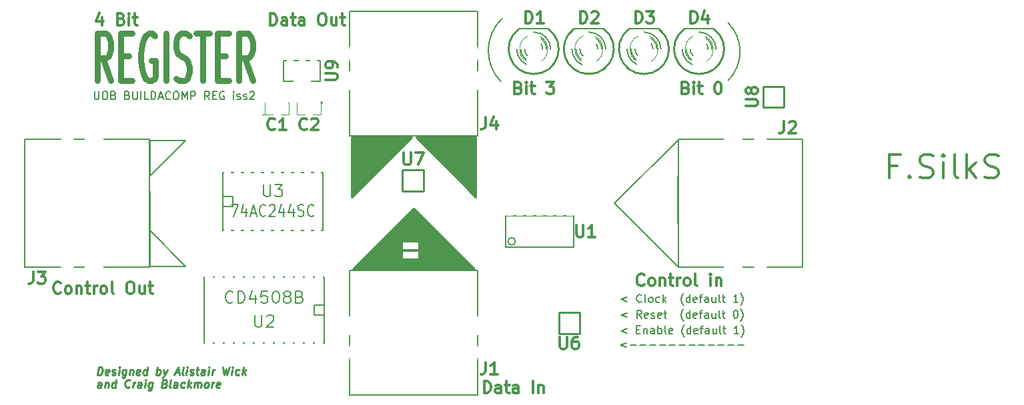
<source format=gto>
G04 (created by PCBNEW (2013-07-07 BZR 4022)-stable) date 24/09/2013 15:52:17*
%MOIN*%
G04 Gerber Fmt 3.4, Leading zero omitted, Abs format*
%FSLAX34Y34*%
G01*
G70*
G90*
G04 APERTURE LIST*
%ADD10C,0.00590551*%
%ADD11C,0.00984252*%
%ADD12C,0.011811*%
%ADD13C,0.00787402*%
%ADD14C,0.0295276*%
%ADD15C,0.008*%
%ADD16C,0.003*%
%ADD17C,0.01*%
%ADD18C,0.006*%
%ADD19C,0.0098*%
%ADD20C,0.005*%
%ADD21C,0.0039*%
%ADD22C,0.012*%
%ADD23C,0.0758425*%
%ADD24C,0.246063*%
%ADD25R,0.033474X0.019674*%
%ADD26R,0.019674X0.033474*%
%ADD27R,0.0348425X0.0598425*%
%ADD28R,0.0448425X0.0648425*%
%ADD29C,0.153543*%
%ADD30C,0.0689425*%
%ADD31C,0.0964567*%
%ADD32R,0.0374425X0.0728425*%
%ADD33R,0.0374425X0.0925425*%
%ADD34R,0.0885425X0.118143*%
%ADD35R,0.0334646X0.0885827*%
%ADD36R,0.0398425X0.0598425*%
G04 APERTURE END LIST*
G54D10*
G54D11*
X12933Y-26694D02*
X12982Y-26301D01*
X13076Y-26301D01*
X13129Y-26319D01*
X13162Y-26357D01*
X13176Y-26394D01*
X13186Y-26469D01*
X13179Y-26526D01*
X13151Y-26601D01*
X13127Y-26638D01*
X13085Y-26676D01*
X13026Y-26694D01*
X12933Y-26694D01*
X13479Y-26676D02*
X13439Y-26694D01*
X13364Y-26694D01*
X13329Y-26676D01*
X13315Y-26638D01*
X13333Y-26488D01*
X13357Y-26451D01*
X13397Y-26432D01*
X13472Y-26432D01*
X13507Y-26451D01*
X13521Y-26488D01*
X13516Y-26526D01*
X13324Y-26563D01*
X13647Y-26676D02*
X13682Y-26694D01*
X13757Y-26694D01*
X13797Y-26676D01*
X13821Y-26638D01*
X13823Y-26619D01*
X13809Y-26582D01*
X13774Y-26563D01*
X13718Y-26563D01*
X13682Y-26544D01*
X13668Y-26507D01*
X13671Y-26488D01*
X13694Y-26451D01*
X13734Y-26432D01*
X13790Y-26432D01*
X13825Y-26451D01*
X13982Y-26694D02*
X14015Y-26432D01*
X14032Y-26301D02*
X14011Y-26319D01*
X14027Y-26338D01*
X14048Y-26319D01*
X14032Y-26301D01*
X14027Y-26338D01*
X14371Y-26432D02*
X14332Y-26751D01*
X14308Y-26788D01*
X14287Y-26807D01*
X14247Y-26826D01*
X14191Y-26826D01*
X14156Y-26807D01*
X14341Y-26676D02*
X14301Y-26694D01*
X14226Y-26694D01*
X14191Y-26676D01*
X14175Y-26657D01*
X14161Y-26619D01*
X14175Y-26507D01*
X14198Y-26469D01*
X14219Y-26451D01*
X14259Y-26432D01*
X14334Y-26432D01*
X14369Y-26451D01*
X14559Y-26432D02*
X14526Y-26694D01*
X14554Y-26469D02*
X14575Y-26451D01*
X14615Y-26432D01*
X14671Y-26432D01*
X14707Y-26451D01*
X14721Y-26488D01*
X14695Y-26694D01*
X15035Y-26676D02*
X14995Y-26694D01*
X14920Y-26694D01*
X14885Y-26676D01*
X14871Y-26638D01*
X14889Y-26488D01*
X14913Y-26451D01*
X14953Y-26432D01*
X15028Y-26432D01*
X15063Y-26451D01*
X15077Y-26488D01*
X15072Y-26526D01*
X14880Y-26563D01*
X15389Y-26694D02*
X15438Y-26301D01*
X15391Y-26676D02*
X15351Y-26694D01*
X15276Y-26694D01*
X15241Y-26676D01*
X15224Y-26657D01*
X15210Y-26619D01*
X15224Y-26507D01*
X15248Y-26469D01*
X15269Y-26451D01*
X15309Y-26432D01*
X15384Y-26432D01*
X15419Y-26451D01*
X15876Y-26694D02*
X15925Y-26301D01*
X15906Y-26451D02*
X15946Y-26432D01*
X16021Y-26432D01*
X16056Y-26451D01*
X16073Y-26469D01*
X16087Y-26507D01*
X16073Y-26619D01*
X16049Y-26657D01*
X16028Y-26676D01*
X15988Y-26694D01*
X15913Y-26694D01*
X15878Y-26676D01*
X16227Y-26432D02*
X16288Y-26694D01*
X16415Y-26432D02*
X16288Y-26694D01*
X16239Y-26788D01*
X16218Y-26807D01*
X16178Y-26826D01*
X16827Y-26582D02*
X17015Y-26582D01*
X16776Y-26694D02*
X16956Y-26301D01*
X17038Y-26694D01*
X17226Y-26694D02*
X17191Y-26676D01*
X17177Y-26638D01*
X17219Y-26301D01*
X17376Y-26694D02*
X17409Y-26432D01*
X17425Y-26301D02*
X17404Y-26319D01*
X17420Y-26338D01*
X17441Y-26319D01*
X17425Y-26301D01*
X17420Y-26338D01*
X17547Y-26676D02*
X17582Y-26694D01*
X17657Y-26694D01*
X17697Y-26676D01*
X17720Y-26638D01*
X17723Y-26619D01*
X17709Y-26582D01*
X17673Y-26563D01*
X17617Y-26563D01*
X17582Y-26544D01*
X17568Y-26507D01*
X17570Y-26488D01*
X17594Y-26451D01*
X17634Y-26432D01*
X17690Y-26432D01*
X17725Y-26451D01*
X17859Y-26432D02*
X18008Y-26432D01*
X17931Y-26301D02*
X17889Y-26638D01*
X17903Y-26676D01*
X17938Y-26694D01*
X17976Y-26694D01*
X18276Y-26694D02*
X18301Y-26488D01*
X18287Y-26451D01*
X18252Y-26432D01*
X18177Y-26432D01*
X18137Y-26451D01*
X18278Y-26676D02*
X18238Y-26694D01*
X18144Y-26694D01*
X18109Y-26676D01*
X18095Y-26638D01*
X18100Y-26601D01*
X18123Y-26563D01*
X18163Y-26544D01*
X18257Y-26544D01*
X18297Y-26526D01*
X18463Y-26694D02*
X18496Y-26432D01*
X18512Y-26301D02*
X18491Y-26319D01*
X18508Y-26338D01*
X18529Y-26319D01*
X18512Y-26301D01*
X18508Y-26338D01*
X18651Y-26694D02*
X18683Y-26432D01*
X18674Y-26507D02*
X18697Y-26469D01*
X18719Y-26451D01*
X18758Y-26432D01*
X18796Y-26432D01*
X19206Y-26301D02*
X19251Y-26694D01*
X19361Y-26413D01*
X19401Y-26694D01*
X19543Y-26301D01*
X19644Y-26694D02*
X19677Y-26432D01*
X19693Y-26301D02*
X19672Y-26319D01*
X19689Y-26338D01*
X19710Y-26319D01*
X19693Y-26301D01*
X19689Y-26338D01*
X20003Y-26676D02*
X19963Y-26694D01*
X19888Y-26694D01*
X19853Y-26676D01*
X19836Y-26657D01*
X19822Y-26619D01*
X19836Y-26507D01*
X19860Y-26469D01*
X19881Y-26451D01*
X19921Y-26432D01*
X19996Y-26432D01*
X20031Y-26451D01*
X20169Y-26694D02*
X20218Y-26301D01*
X20225Y-26544D02*
X20319Y-26694D01*
X20352Y-26432D02*
X20183Y-26582D01*
X13101Y-27344D02*
X13127Y-27138D01*
X13113Y-27100D01*
X13078Y-27081D01*
X13003Y-27081D01*
X12963Y-27100D01*
X13104Y-27325D02*
X13064Y-27344D01*
X12970Y-27344D01*
X12935Y-27325D01*
X12921Y-27288D01*
X12926Y-27250D01*
X12949Y-27213D01*
X12989Y-27194D01*
X13083Y-27194D01*
X13122Y-27175D01*
X13322Y-27081D02*
X13289Y-27344D01*
X13317Y-27119D02*
X13338Y-27100D01*
X13378Y-27081D01*
X13434Y-27081D01*
X13469Y-27100D01*
X13483Y-27138D01*
X13458Y-27344D01*
X13814Y-27344D02*
X13863Y-26950D01*
X13816Y-27325D02*
X13776Y-27344D01*
X13701Y-27344D01*
X13666Y-27325D01*
X13650Y-27306D01*
X13636Y-27269D01*
X13650Y-27156D01*
X13673Y-27119D01*
X13694Y-27100D01*
X13734Y-27081D01*
X13809Y-27081D01*
X13844Y-27100D01*
X14531Y-27306D02*
X14510Y-27325D01*
X14451Y-27344D01*
X14414Y-27344D01*
X14360Y-27325D01*
X14327Y-27288D01*
X14313Y-27250D01*
X14303Y-27175D01*
X14311Y-27119D01*
X14339Y-27044D01*
X14362Y-27006D01*
X14404Y-26969D01*
X14463Y-26950D01*
X14500Y-26950D01*
X14554Y-26969D01*
X14571Y-26988D01*
X14695Y-27344D02*
X14728Y-27081D01*
X14718Y-27156D02*
X14742Y-27119D01*
X14763Y-27100D01*
X14803Y-27081D01*
X14840Y-27081D01*
X15107Y-27344D02*
X15133Y-27138D01*
X15119Y-27100D01*
X15084Y-27081D01*
X15009Y-27081D01*
X14969Y-27100D01*
X15110Y-27325D02*
X15070Y-27344D01*
X14976Y-27344D01*
X14941Y-27325D01*
X14927Y-27288D01*
X14932Y-27250D01*
X14955Y-27213D01*
X14995Y-27194D01*
X15089Y-27194D01*
X15128Y-27175D01*
X15295Y-27344D02*
X15328Y-27081D01*
X15344Y-26950D02*
X15323Y-26969D01*
X15339Y-26988D01*
X15360Y-26969D01*
X15344Y-26950D01*
X15339Y-26988D01*
X15684Y-27081D02*
X15644Y-27400D01*
X15621Y-27438D01*
X15599Y-27456D01*
X15560Y-27475D01*
X15503Y-27475D01*
X15468Y-27456D01*
X15653Y-27325D02*
X15613Y-27344D01*
X15538Y-27344D01*
X15503Y-27325D01*
X15487Y-27306D01*
X15473Y-27269D01*
X15487Y-27156D01*
X15510Y-27119D01*
X15531Y-27100D01*
X15571Y-27081D01*
X15646Y-27081D01*
X15681Y-27100D01*
X16295Y-27138D02*
X16349Y-27156D01*
X16366Y-27175D01*
X16380Y-27213D01*
X16373Y-27269D01*
X16349Y-27306D01*
X16328Y-27325D01*
X16288Y-27344D01*
X16138Y-27344D01*
X16188Y-26950D01*
X16319Y-26950D01*
X16354Y-26969D01*
X16370Y-26988D01*
X16384Y-27025D01*
X16380Y-27063D01*
X16356Y-27100D01*
X16335Y-27119D01*
X16295Y-27138D01*
X16164Y-27138D01*
X16588Y-27344D02*
X16553Y-27325D01*
X16539Y-27288D01*
X16581Y-26950D01*
X16907Y-27344D02*
X16933Y-27138D01*
X16919Y-27100D01*
X16884Y-27081D01*
X16809Y-27081D01*
X16769Y-27100D01*
X16909Y-27325D02*
X16870Y-27344D01*
X16776Y-27344D01*
X16741Y-27325D01*
X16727Y-27288D01*
X16731Y-27250D01*
X16755Y-27213D01*
X16795Y-27194D01*
X16888Y-27194D01*
X16928Y-27175D01*
X17266Y-27325D02*
X17226Y-27344D01*
X17151Y-27344D01*
X17116Y-27325D01*
X17099Y-27306D01*
X17085Y-27269D01*
X17099Y-27156D01*
X17123Y-27119D01*
X17144Y-27100D01*
X17184Y-27081D01*
X17259Y-27081D01*
X17294Y-27100D01*
X17432Y-27344D02*
X17481Y-26950D01*
X17488Y-27194D02*
X17582Y-27344D01*
X17615Y-27081D02*
X17446Y-27231D01*
X17751Y-27344D02*
X17784Y-27081D01*
X17779Y-27119D02*
X17800Y-27100D01*
X17840Y-27081D01*
X17896Y-27081D01*
X17931Y-27100D01*
X17945Y-27138D01*
X17919Y-27344D01*
X17945Y-27138D02*
X17969Y-27100D01*
X18008Y-27081D01*
X18065Y-27081D01*
X18100Y-27100D01*
X18114Y-27138D01*
X18088Y-27344D01*
X18332Y-27344D02*
X18297Y-27325D01*
X18280Y-27306D01*
X18266Y-27269D01*
X18280Y-27156D01*
X18304Y-27119D01*
X18325Y-27100D01*
X18365Y-27081D01*
X18421Y-27081D01*
X18456Y-27100D01*
X18473Y-27119D01*
X18487Y-27156D01*
X18473Y-27269D01*
X18449Y-27306D01*
X18428Y-27325D01*
X18388Y-27344D01*
X18332Y-27344D01*
X18632Y-27344D02*
X18665Y-27081D01*
X18655Y-27156D02*
X18679Y-27119D01*
X18700Y-27100D01*
X18740Y-27081D01*
X18777Y-27081D01*
X19028Y-27325D02*
X18988Y-27344D01*
X18913Y-27344D01*
X18878Y-27325D01*
X18864Y-27288D01*
X18883Y-27138D01*
X18906Y-27100D01*
X18946Y-27081D01*
X19021Y-27081D01*
X19056Y-27100D01*
X19070Y-27138D01*
X19065Y-27175D01*
X18873Y-27213D01*
G54D12*
X52890Y-16237D02*
X52497Y-16237D01*
X52497Y-16856D02*
X52497Y-15674D01*
X53059Y-15674D01*
X53509Y-16743D02*
X53565Y-16799D01*
X53509Y-16856D01*
X53453Y-16799D01*
X53509Y-16743D01*
X53509Y-16856D01*
X54015Y-16799D02*
X54184Y-16856D01*
X54465Y-16856D01*
X54578Y-16799D01*
X54634Y-16743D01*
X54690Y-16631D01*
X54690Y-16518D01*
X54634Y-16406D01*
X54578Y-16349D01*
X54465Y-16293D01*
X54240Y-16237D01*
X54128Y-16181D01*
X54071Y-16124D01*
X54015Y-16012D01*
X54015Y-15899D01*
X54071Y-15787D01*
X54128Y-15731D01*
X54240Y-15674D01*
X54521Y-15674D01*
X54690Y-15731D01*
X55196Y-16856D02*
X55196Y-16068D01*
X55196Y-15674D02*
X55140Y-15731D01*
X55196Y-15787D01*
X55253Y-15731D01*
X55196Y-15674D01*
X55196Y-15787D01*
X55928Y-16856D02*
X55815Y-16799D01*
X55759Y-16687D01*
X55759Y-15674D01*
X56377Y-16856D02*
X56377Y-15674D01*
X56490Y-16406D02*
X56827Y-16856D01*
X56827Y-16068D02*
X56377Y-16518D01*
X57277Y-16799D02*
X57446Y-16856D01*
X57727Y-16856D01*
X57840Y-16799D01*
X57896Y-16743D01*
X57952Y-16631D01*
X57952Y-16518D01*
X57896Y-16406D01*
X57840Y-16349D01*
X57727Y-16293D01*
X57502Y-16237D01*
X57390Y-16181D01*
X57334Y-16124D01*
X57277Y-16012D01*
X57277Y-15899D01*
X57334Y-15787D01*
X57390Y-15731D01*
X57502Y-15674D01*
X57784Y-15674D01*
X57952Y-15731D01*
G54D13*
X15551Y-16732D02*
X15551Y-14960D01*
X17322Y-14960D02*
X15551Y-16732D01*
X17322Y-14960D02*
X15551Y-14960D01*
X17322Y-21259D02*
X15551Y-19488D01*
X15551Y-21259D02*
X17322Y-21259D01*
X15551Y-17519D02*
X15551Y-21259D01*
X38779Y-18110D02*
X41929Y-21259D01*
X41929Y-14960D02*
X38779Y-18110D01*
X41929Y-19094D02*
X41929Y-16732D01*
X39371Y-25093D02*
X39071Y-25206D01*
X39371Y-25318D01*
X39559Y-25206D02*
X39859Y-25206D01*
X40046Y-25206D02*
X40346Y-25206D01*
X40534Y-25206D02*
X40834Y-25206D01*
X41021Y-25206D02*
X41321Y-25206D01*
X41509Y-25206D02*
X41809Y-25206D01*
X41996Y-25206D02*
X42296Y-25206D01*
X42484Y-25206D02*
X42784Y-25206D01*
X42971Y-25206D02*
X43271Y-25206D01*
X43458Y-25206D02*
X43758Y-25206D01*
X43946Y-25206D02*
X44246Y-25206D01*
X44433Y-25206D02*
X44733Y-25206D01*
X44921Y-25206D02*
X45221Y-25206D01*
G54D12*
X21557Y-9215D02*
X21557Y-8624D01*
X21698Y-8624D01*
X21782Y-8652D01*
X21839Y-8709D01*
X21867Y-8765D01*
X21895Y-8877D01*
X21895Y-8962D01*
X21867Y-9074D01*
X21839Y-9131D01*
X21782Y-9187D01*
X21698Y-9215D01*
X21557Y-9215D01*
X22401Y-9215D02*
X22401Y-8906D01*
X22373Y-8849D01*
X22317Y-8821D01*
X22204Y-8821D01*
X22148Y-8849D01*
X22401Y-9187D02*
X22345Y-9215D01*
X22204Y-9215D01*
X22148Y-9187D01*
X22120Y-9131D01*
X22120Y-9074D01*
X22148Y-9018D01*
X22204Y-8990D01*
X22345Y-8990D01*
X22401Y-8962D01*
X22598Y-8821D02*
X22823Y-8821D01*
X22682Y-8624D02*
X22682Y-9131D01*
X22710Y-9187D01*
X22767Y-9215D01*
X22823Y-9215D01*
X23273Y-9215D02*
X23273Y-8906D01*
X23245Y-8849D01*
X23188Y-8821D01*
X23076Y-8821D01*
X23020Y-8849D01*
X23273Y-9187D02*
X23217Y-9215D01*
X23076Y-9215D01*
X23020Y-9187D01*
X22992Y-9131D01*
X22992Y-9074D01*
X23020Y-9018D01*
X23076Y-8990D01*
X23217Y-8990D01*
X23273Y-8962D01*
X24116Y-8624D02*
X24229Y-8624D01*
X24285Y-8652D01*
X24341Y-8709D01*
X24370Y-8821D01*
X24370Y-9018D01*
X24341Y-9131D01*
X24285Y-9187D01*
X24229Y-9215D01*
X24116Y-9215D01*
X24060Y-9187D01*
X24004Y-9131D01*
X23976Y-9018D01*
X23976Y-8821D01*
X24004Y-8709D01*
X24060Y-8652D01*
X24116Y-8624D01*
X24876Y-8821D02*
X24876Y-9215D01*
X24623Y-8821D02*
X24623Y-9131D01*
X24651Y-9187D01*
X24707Y-9215D01*
X24791Y-9215D01*
X24848Y-9187D01*
X24876Y-9159D01*
X25073Y-8821D02*
X25298Y-8821D01*
X25157Y-8624D02*
X25157Y-9131D01*
X25185Y-9187D01*
X25241Y-9215D01*
X25298Y-9215D01*
X32249Y-27601D02*
X32249Y-27010D01*
X32390Y-27010D01*
X32474Y-27038D01*
X32530Y-27095D01*
X32559Y-27151D01*
X32587Y-27263D01*
X32587Y-27348D01*
X32559Y-27460D01*
X32530Y-27516D01*
X32474Y-27573D01*
X32390Y-27601D01*
X32249Y-27601D01*
X33093Y-27601D02*
X33093Y-27291D01*
X33065Y-27235D01*
X33008Y-27207D01*
X32896Y-27207D01*
X32840Y-27235D01*
X33093Y-27573D02*
X33037Y-27601D01*
X32896Y-27601D01*
X32840Y-27573D01*
X32812Y-27516D01*
X32812Y-27460D01*
X32840Y-27404D01*
X32896Y-27376D01*
X33037Y-27376D01*
X33093Y-27348D01*
X33290Y-27207D02*
X33515Y-27207D01*
X33374Y-27010D02*
X33374Y-27516D01*
X33402Y-27573D01*
X33458Y-27601D01*
X33515Y-27601D01*
X33965Y-27601D02*
X33965Y-27291D01*
X33937Y-27235D01*
X33880Y-27207D01*
X33768Y-27207D01*
X33712Y-27235D01*
X33965Y-27573D02*
X33908Y-27601D01*
X33768Y-27601D01*
X33712Y-27573D01*
X33683Y-27516D01*
X33683Y-27460D01*
X33712Y-27404D01*
X33768Y-27376D01*
X33908Y-27376D01*
X33965Y-27348D01*
X34696Y-27601D02*
X34696Y-27010D01*
X34977Y-27207D02*
X34977Y-27601D01*
X34977Y-27263D02*
X35005Y-27235D01*
X35061Y-27207D01*
X35146Y-27207D01*
X35202Y-27235D01*
X35230Y-27291D01*
X35230Y-27601D01*
G54D13*
X39390Y-24385D02*
X39090Y-24497D01*
X39390Y-24610D01*
X39878Y-24441D02*
X40009Y-24441D01*
X40065Y-24647D02*
X39878Y-24647D01*
X39878Y-24253D01*
X40065Y-24253D01*
X40234Y-24385D02*
X40234Y-24647D01*
X40234Y-24422D02*
X40253Y-24403D01*
X40290Y-24385D01*
X40346Y-24385D01*
X40384Y-24403D01*
X40403Y-24441D01*
X40403Y-24647D01*
X40759Y-24647D02*
X40759Y-24441D01*
X40740Y-24403D01*
X40703Y-24385D01*
X40628Y-24385D01*
X40590Y-24403D01*
X40759Y-24628D02*
X40721Y-24647D01*
X40628Y-24647D01*
X40590Y-24628D01*
X40571Y-24591D01*
X40571Y-24553D01*
X40590Y-24516D01*
X40628Y-24497D01*
X40721Y-24497D01*
X40759Y-24478D01*
X40946Y-24647D02*
X40946Y-24253D01*
X40946Y-24403D02*
X40984Y-24385D01*
X41059Y-24385D01*
X41096Y-24403D01*
X41115Y-24422D01*
X41134Y-24460D01*
X41134Y-24572D01*
X41115Y-24610D01*
X41096Y-24628D01*
X41059Y-24647D01*
X40984Y-24647D01*
X40946Y-24628D01*
X41359Y-24647D02*
X41321Y-24628D01*
X41302Y-24591D01*
X41302Y-24253D01*
X41659Y-24628D02*
X41621Y-24647D01*
X41546Y-24647D01*
X41509Y-24628D01*
X41490Y-24591D01*
X41490Y-24441D01*
X41509Y-24403D01*
X41546Y-24385D01*
X41621Y-24385D01*
X41659Y-24403D01*
X41677Y-24441D01*
X41677Y-24478D01*
X41490Y-24516D01*
X42259Y-24797D02*
X42240Y-24778D01*
X42202Y-24722D01*
X42184Y-24685D01*
X42165Y-24628D01*
X42146Y-24535D01*
X42146Y-24460D01*
X42165Y-24366D01*
X42184Y-24310D01*
X42202Y-24272D01*
X42240Y-24216D01*
X42259Y-24197D01*
X42577Y-24647D02*
X42577Y-24253D01*
X42577Y-24628D02*
X42540Y-24647D01*
X42465Y-24647D01*
X42427Y-24628D01*
X42409Y-24610D01*
X42390Y-24572D01*
X42390Y-24460D01*
X42409Y-24422D01*
X42427Y-24403D01*
X42465Y-24385D01*
X42540Y-24385D01*
X42577Y-24403D01*
X42915Y-24628D02*
X42877Y-24647D01*
X42802Y-24647D01*
X42765Y-24628D01*
X42746Y-24591D01*
X42746Y-24441D01*
X42765Y-24403D01*
X42802Y-24385D01*
X42877Y-24385D01*
X42915Y-24403D01*
X42934Y-24441D01*
X42934Y-24478D01*
X42746Y-24516D01*
X43046Y-24385D02*
X43196Y-24385D01*
X43102Y-24647D02*
X43102Y-24310D01*
X43121Y-24272D01*
X43158Y-24253D01*
X43196Y-24253D01*
X43496Y-24647D02*
X43496Y-24441D01*
X43477Y-24403D01*
X43440Y-24385D01*
X43365Y-24385D01*
X43327Y-24403D01*
X43496Y-24628D02*
X43458Y-24647D01*
X43365Y-24647D01*
X43327Y-24628D01*
X43308Y-24591D01*
X43308Y-24553D01*
X43327Y-24516D01*
X43365Y-24497D01*
X43458Y-24497D01*
X43496Y-24478D01*
X43852Y-24385D02*
X43852Y-24647D01*
X43683Y-24385D02*
X43683Y-24591D01*
X43702Y-24628D01*
X43740Y-24647D01*
X43796Y-24647D01*
X43833Y-24628D01*
X43852Y-24610D01*
X44096Y-24647D02*
X44058Y-24628D01*
X44040Y-24591D01*
X44040Y-24253D01*
X44190Y-24385D02*
X44340Y-24385D01*
X44246Y-24253D02*
X44246Y-24591D01*
X44265Y-24628D01*
X44302Y-24647D01*
X44340Y-24647D01*
X44977Y-24647D02*
X44752Y-24647D01*
X44865Y-24647D02*
X44865Y-24253D01*
X44827Y-24310D01*
X44790Y-24347D01*
X44752Y-24366D01*
X45108Y-24797D02*
X45127Y-24778D01*
X45164Y-24722D01*
X45183Y-24685D01*
X45202Y-24628D01*
X45221Y-24535D01*
X45221Y-24460D01*
X45202Y-24366D01*
X45183Y-24310D01*
X45164Y-24272D01*
X45127Y-24216D01*
X45108Y-24197D01*
X39407Y-23597D02*
X39107Y-23710D01*
X39407Y-23822D01*
X40119Y-23860D02*
X39988Y-23672D01*
X39895Y-23860D02*
X39895Y-23466D01*
X40044Y-23466D01*
X40082Y-23485D01*
X40101Y-23503D01*
X40119Y-23541D01*
X40119Y-23597D01*
X40101Y-23635D01*
X40082Y-23653D01*
X40044Y-23672D01*
X39895Y-23672D01*
X40438Y-23841D02*
X40401Y-23860D01*
X40326Y-23860D01*
X40288Y-23841D01*
X40269Y-23803D01*
X40269Y-23653D01*
X40288Y-23616D01*
X40326Y-23597D01*
X40401Y-23597D01*
X40438Y-23616D01*
X40457Y-23653D01*
X40457Y-23691D01*
X40269Y-23728D01*
X40607Y-23841D02*
X40644Y-23860D01*
X40719Y-23860D01*
X40757Y-23841D01*
X40776Y-23803D01*
X40776Y-23785D01*
X40757Y-23747D01*
X40719Y-23728D01*
X40663Y-23728D01*
X40626Y-23710D01*
X40607Y-23672D01*
X40607Y-23653D01*
X40626Y-23616D01*
X40663Y-23597D01*
X40719Y-23597D01*
X40757Y-23616D01*
X41094Y-23841D02*
X41057Y-23860D01*
X40982Y-23860D01*
X40944Y-23841D01*
X40926Y-23803D01*
X40926Y-23653D01*
X40944Y-23616D01*
X40982Y-23597D01*
X41057Y-23597D01*
X41094Y-23616D01*
X41113Y-23653D01*
X41113Y-23691D01*
X40926Y-23728D01*
X41226Y-23597D02*
X41376Y-23597D01*
X41282Y-23466D02*
X41282Y-23803D01*
X41301Y-23841D01*
X41338Y-23860D01*
X41376Y-23860D01*
X42219Y-24010D02*
X42200Y-23991D01*
X42163Y-23935D01*
X42144Y-23897D01*
X42125Y-23841D01*
X42107Y-23747D01*
X42107Y-23672D01*
X42125Y-23578D01*
X42144Y-23522D01*
X42163Y-23485D01*
X42200Y-23428D01*
X42219Y-23410D01*
X42538Y-23860D02*
X42538Y-23466D01*
X42538Y-23841D02*
X42500Y-23860D01*
X42425Y-23860D01*
X42388Y-23841D01*
X42369Y-23822D01*
X42350Y-23785D01*
X42350Y-23672D01*
X42369Y-23635D01*
X42388Y-23616D01*
X42425Y-23597D01*
X42500Y-23597D01*
X42538Y-23616D01*
X42875Y-23841D02*
X42838Y-23860D01*
X42763Y-23860D01*
X42725Y-23841D01*
X42707Y-23803D01*
X42707Y-23653D01*
X42725Y-23616D01*
X42763Y-23597D01*
X42838Y-23597D01*
X42875Y-23616D01*
X42894Y-23653D01*
X42894Y-23691D01*
X42707Y-23728D01*
X43007Y-23597D02*
X43157Y-23597D01*
X43063Y-23860D02*
X43063Y-23522D01*
X43082Y-23485D01*
X43119Y-23466D01*
X43157Y-23466D01*
X43457Y-23860D02*
X43457Y-23653D01*
X43438Y-23616D01*
X43400Y-23597D01*
X43325Y-23597D01*
X43288Y-23616D01*
X43457Y-23841D02*
X43419Y-23860D01*
X43325Y-23860D01*
X43288Y-23841D01*
X43269Y-23803D01*
X43269Y-23766D01*
X43288Y-23728D01*
X43325Y-23710D01*
X43419Y-23710D01*
X43457Y-23691D01*
X43813Y-23597D02*
X43813Y-23860D01*
X43644Y-23597D02*
X43644Y-23803D01*
X43663Y-23841D01*
X43700Y-23860D01*
X43757Y-23860D01*
X43794Y-23841D01*
X43813Y-23822D01*
X44056Y-23860D02*
X44019Y-23841D01*
X44000Y-23803D01*
X44000Y-23466D01*
X44150Y-23597D02*
X44300Y-23597D01*
X44206Y-23466D02*
X44206Y-23803D01*
X44225Y-23841D01*
X44263Y-23860D01*
X44300Y-23860D01*
X44806Y-23466D02*
X44844Y-23466D01*
X44881Y-23485D01*
X44900Y-23503D01*
X44919Y-23541D01*
X44938Y-23616D01*
X44938Y-23710D01*
X44919Y-23785D01*
X44900Y-23822D01*
X44881Y-23841D01*
X44844Y-23860D01*
X44806Y-23860D01*
X44769Y-23841D01*
X44750Y-23822D01*
X44731Y-23785D01*
X44713Y-23710D01*
X44713Y-23616D01*
X44731Y-23541D01*
X44750Y-23503D01*
X44769Y-23485D01*
X44806Y-23466D01*
X45069Y-24010D02*
X45088Y-23991D01*
X45125Y-23935D01*
X45144Y-23897D01*
X45163Y-23841D01*
X45181Y-23747D01*
X45181Y-23672D01*
X45163Y-23578D01*
X45144Y-23522D01*
X45125Y-23485D01*
X45088Y-23428D01*
X45069Y-23410D01*
X39407Y-22810D02*
X39107Y-22922D01*
X39407Y-23035D01*
X40119Y-23035D02*
X40101Y-23053D01*
X40044Y-23072D01*
X40007Y-23072D01*
X39951Y-23053D01*
X39913Y-23016D01*
X39895Y-22979D01*
X39876Y-22904D01*
X39876Y-22847D01*
X39895Y-22772D01*
X39913Y-22735D01*
X39951Y-22697D01*
X40007Y-22679D01*
X40044Y-22679D01*
X40101Y-22697D01*
X40119Y-22716D01*
X40344Y-23072D02*
X40307Y-23053D01*
X40288Y-23016D01*
X40288Y-22679D01*
X40551Y-23072D02*
X40513Y-23053D01*
X40494Y-23035D01*
X40476Y-22997D01*
X40476Y-22885D01*
X40494Y-22847D01*
X40513Y-22829D01*
X40551Y-22810D01*
X40607Y-22810D01*
X40644Y-22829D01*
X40663Y-22847D01*
X40682Y-22885D01*
X40682Y-22997D01*
X40663Y-23035D01*
X40644Y-23053D01*
X40607Y-23072D01*
X40551Y-23072D01*
X41019Y-23053D02*
X40982Y-23072D01*
X40907Y-23072D01*
X40869Y-23053D01*
X40851Y-23035D01*
X40832Y-22997D01*
X40832Y-22885D01*
X40851Y-22847D01*
X40869Y-22829D01*
X40907Y-22810D01*
X40982Y-22810D01*
X41019Y-22829D01*
X41188Y-23072D02*
X41188Y-22679D01*
X41226Y-22922D02*
X41338Y-23072D01*
X41338Y-22810D02*
X41188Y-22960D01*
X42219Y-23222D02*
X42200Y-23203D01*
X42163Y-23147D01*
X42144Y-23110D01*
X42125Y-23053D01*
X42107Y-22960D01*
X42107Y-22885D01*
X42125Y-22791D01*
X42144Y-22735D01*
X42163Y-22697D01*
X42200Y-22641D01*
X42219Y-22622D01*
X42538Y-23072D02*
X42538Y-22679D01*
X42538Y-23053D02*
X42500Y-23072D01*
X42425Y-23072D01*
X42388Y-23053D01*
X42369Y-23035D01*
X42350Y-22997D01*
X42350Y-22885D01*
X42369Y-22847D01*
X42388Y-22829D01*
X42425Y-22810D01*
X42500Y-22810D01*
X42538Y-22829D01*
X42875Y-23053D02*
X42838Y-23072D01*
X42763Y-23072D01*
X42725Y-23053D01*
X42707Y-23016D01*
X42707Y-22866D01*
X42725Y-22829D01*
X42763Y-22810D01*
X42838Y-22810D01*
X42875Y-22829D01*
X42894Y-22866D01*
X42894Y-22904D01*
X42707Y-22941D01*
X43007Y-22810D02*
X43157Y-22810D01*
X43063Y-23072D02*
X43063Y-22735D01*
X43082Y-22697D01*
X43119Y-22679D01*
X43157Y-22679D01*
X43457Y-23072D02*
X43457Y-22866D01*
X43438Y-22829D01*
X43400Y-22810D01*
X43325Y-22810D01*
X43288Y-22829D01*
X43457Y-23053D02*
X43419Y-23072D01*
X43325Y-23072D01*
X43288Y-23053D01*
X43269Y-23016D01*
X43269Y-22979D01*
X43288Y-22941D01*
X43325Y-22922D01*
X43419Y-22922D01*
X43457Y-22904D01*
X43813Y-22810D02*
X43813Y-23072D01*
X43644Y-22810D02*
X43644Y-23016D01*
X43663Y-23053D01*
X43700Y-23072D01*
X43757Y-23072D01*
X43794Y-23053D01*
X43813Y-23035D01*
X44056Y-23072D02*
X44019Y-23053D01*
X44000Y-23016D01*
X44000Y-22679D01*
X44150Y-22810D02*
X44300Y-22810D01*
X44206Y-22679D02*
X44206Y-23016D01*
X44225Y-23053D01*
X44263Y-23072D01*
X44300Y-23072D01*
X44938Y-23072D02*
X44713Y-23072D01*
X44825Y-23072D02*
X44825Y-22679D01*
X44788Y-22735D01*
X44750Y-22772D01*
X44713Y-22791D01*
X45069Y-23222D02*
X45088Y-23203D01*
X45125Y-23147D01*
X45144Y-23110D01*
X45163Y-23053D01*
X45181Y-22960D01*
X45181Y-22885D01*
X45163Y-22791D01*
X45144Y-22735D01*
X45125Y-22697D01*
X45088Y-22641D01*
X45069Y-22622D01*
G54D12*
X40250Y-22190D02*
X40222Y-22218D01*
X40137Y-22246D01*
X40081Y-22246D01*
X39997Y-22218D01*
X39940Y-22162D01*
X39912Y-22106D01*
X39884Y-21993D01*
X39884Y-21909D01*
X39912Y-21796D01*
X39940Y-21740D01*
X39997Y-21684D01*
X40081Y-21656D01*
X40137Y-21656D01*
X40222Y-21684D01*
X40250Y-21712D01*
X40587Y-22246D02*
X40531Y-22218D01*
X40503Y-22190D01*
X40475Y-22134D01*
X40475Y-21965D01*
X40503Y-21909D01*
X40531Y-21881D01*
X40587Y-21853D01*
X40672Y-21853D01*
X40728Y-21881D01*
X40756Y-21909D01*
X40784Y-21965D01*
X40784Y-22134D01*
X40756Y-22190D01*
X40728Y-22218D01*
X40672Y-22246D01*
X40587Y-22246D01*
X41037Y-21853D02*
X41037Y-22246D01*
X41037Y-21909D02*
X41065Y-21881D01*
X41122Y-21853D01*
X41206Y-21853D01*
X41262Y-21881D01*
X41290Y-21937D01*
X41290Y-22246D01*
X41487Y-21853D02*
X41712Y-21853D01*
X41571Y-21656D02*
X41571Y-22162D01*
X41600Y-22218D01*
X41656Y-22246D01*
X41712Y-22246D01*
X41909Y-22246D02*
X41909Y-21853D01*
X41909Y-21965D02*
X41937Y-21909D01*
X41965Y-21881D01*
X42021Y-21853D01*
X42078Y-21853D01*
X42359Y-22246D02*
X42303Y-22218D01*
X42275Y-22190D01*
X42246Y-22134D01*
X42246Y-21965D01*
X42275Y-21909D01*
X42303Y-21881D01*
X42359Y-21853D01*
X42443Y-21853D01*
X42500Y-21881D01*
X42528Y-21909D01*
X42556Y-21965D01*
X42556Y-22134D01*
X42528Y-22190D01*
X42500Y-22218D01*
X42443Y-22246D01*
X42359Y-22246D01*
X42893Y-22246D02*
X42837Y-22218D01*
X42809Y-22162D01*
X42809Y-21656D01*
X43568Y-22246D02*
X43568Y-21853D01*
X43568Y-21656D02*
X43540Y-21684D01*
X43568Y-21712D01*
X43596Y-21684D01*
X43568Y-21656D01*
X43568Y-21712D01*
X43849Y-21853D02*
X43849Y-22246D01*
X43849Y-21909D02*
X43877Y-21881D01*
X43934Y-21853D01*
X44018Y-21853D01*
X44074Y-21881D01*
X44102Y-21937D01*
X44102Y-22246D01*
X11093Y-22584D02*
X11065Y-22612D01*
X10981Y-22640D01*
X10925Y-22640D01*
X10840Y-22612D01*
X10784Y-22556D01*
X10756Y-22500D01*
X10728Y-22387D01*
X10728Y-22303D01*
X10756Y-22190D01*
X10784Y-22134D01*
X10840Y-22078D01*
X10925Y-22050D01*
X10981Y-22050D01*
X11065Y-22078D01*
X11093Y-22106D01*
X11431Y-22640D02*
X11375Y-22612D01*
X11347Y-22584D01*
X11318Y-22528D01*
X11318Y-22359D01*
X11347Y-22303D01*
X11375Y-22275D01*
X11431Y-22246D01*
X11515Y-22246D01*
X11571Y-22275D01*
X11600Y-22303D01*
X11628Y-22359D01*
X11628Y-22528D01*
X11600Y-22584D01*
X11571Y-22612D01*
X11515Y-22640D01*
X11431Y-22640D01*
X11881Y-22246D02*
X11881Y-22640D01*
X11881Y-22303D02*
X11909Y-22275D01*
X11965Y-22246D01*
X12050Y-22246D01*
X12106Y-22275D01*
X12134Y-22331D01*
X12134Y-22640D01*
X12331Y-22246D02*
X12556Y-22246D01*
X12415Y-22050D02*
X12415Y-22556D01*
X12443Y-22612D01*
X12500Y-22640D01*
X12556Y-22640D01*
X12753Y-22640D02*
X12753Y-22246D01*
X12753Y-22359D02*
X12781Y-22303D01*
X12809Y-22275D01*
X12865Y-22246D01*
X12921Y-22246D01*
X13203Y-22640D02*
X13146Y-22612D01*
X13118Y-22584D01*
X13090Y-22528D01*
X13090Y-22359D01*
X13118Y-22303D01*
X13146Y-22275D01*
X13203Y-22246D01*
X13287Y-22246D01*
X13343Y-22275D01*
X13371Y-22303D01*
X13399Y-22359D01*
X13399Y-22528D01*
X13371Y-22584D01*
X13343Y-22612D01*
X13287Y-22640D01*
X13203Y-22640D01*
X13737Y-22640D02*
X13681Y-22612D01*
X13652Y-22556D01*
X13652Y-22050D01*
X14524Y-22050D02*
X14637Y-22050D01*
X14693Y-22078D01*
X14749Y-22134D01*
X14777Y-22246D01*
X14777Y-22443D01*
X14749Y-22556D01*
X14693Y-22612D01*
X14637Y-22640D01*
X14524Y-22640D01*
X14468Y-22612D01*
X14412Y-22556D01*
X14384Y-22443D01*
X14384Y-22246D01*
X14412Y-22134D01*
X14468Y-22078D01*
X14524Y-22050D01*
X15284Y-22246D02*
X15284Y-22640D01*
X15030Y-22246D02*
X15030Y-22556D01*
X15059Y-22612D01*
X15115Y-22640D01*
X15199Y-22640D01*
X15255Y-22612D01*
X15284Y-22584D01*
X15480Y-22246D02*
X15705Y-22246D01*
X15565Y-22050D02*
X15565Y-22556D01*
X15593Y-22612D01*
X15649Y-22640D01*
X15705Y-22640D01*
G54D13*
X44440Y-11975D02*
G75*
G03X44440Y-9075I-1450J1450D01*
G74*
G01*
X33139Y-8875D02*
G75*
G03X33090Y-12025I1550J-1599D01*
G74*
G01*
X12787Y-12521D02*
X12787Y-12840D01*
X12806Y-12877D01*
X12825Y-12896D01*
X12862Y-12915D01*
X12937Y-12915D01*
X12975Y-12896D01*
X12994Y-12877D01*
X13012Y-12840D01*
X13012Y-12521D01*
X13275Y-12521D02*
X13350Y-12521D01*
X13387Y-12540D01*
X13425Y-12577D01*
X13443Y-12652D01*
X13443Y-12784D01*
X13425Y-12859D01*
X13387Y-12896D01*
X13350Y-12915D01*
X13275Y-12915D01*
X13237Y-12896D01*
X13200Y-12859D01*
X13181Y-12784D01*
X13181Y-12652D01*
X13200Y-12577D01*
X13237Y-12540D01*
X13275Y-12521D01*
X13743Y-12709D02*
X13800Y-12727D01*
X13818Y-12746D01*
X13837Y-12784D01*
X13837Y-12840D01*
X13818Y-12877D01*
X13800Y-12896D01*
X13762Y-12915D01*
X13612Y-12915D01*
X13612Y-12521D01*
X13743Y-12521D01*
X13781Y-12540D01*
X13800Y-12559D01*
X13818Y-12596D01*
X13818Y-12634D01*
X13800Y-12671D01*
X13781Y-12690D01*
X13743Y-12709D01*
X13612Y-12709D01*
X14437Y-12709D02*
X14493Y-12727D01*
X14512Y-12746D01*
X14531Y-12784D01*
X14531Y-12840D01*
X14512Y-12877D01*
X14493Y-12896D01*
X14456Y-12915D01*
X14306Y-12915D01*
X14306Y-12521D01*
X14437Y-12521D01*
X14475Y-12540D01*
X14493Y-12559D01*
X14512Y-12596D01*
X14512Y-12634D01*
X14493Y-12671D01*
X14475Y-12690D01*
X14437Y-12709D01*
X14306Y-12709D01*
X14700Y-12521D02*
X14700Y-12840D01*
X14718Y-12877D01*
X14737Y-12896D01*
X14775Y-12915D01*
X14850Y-12915D01*
X14887Y-12896D01*
X14906Y-12877D01*
X14925Y-12840D01*
X14925Y-12521D01*
X15112Y-12915D02*
X15112Y-12521D01*
X15487Y-12915D02*
X15299Y-12915D01*
X15299Y-12521D01*
X15618Y-12915D02*
X15618Y-12521D01*
X15712Y-12521D01*
X15768Y-12540D01*
X15806Y-12577D01*
X15824Y-12615D01*
X15843Y-12690D01*
X15843Y-12746D01*
X15824Y-12821D01*
X15806Y-12859D01*
X15768Y-12896D01*
X15712Y-12915D01*
X15618Y-12915D01*
X15993Y-12802D02*
X16181Y-12802D01*
X15956Y-12915D02*
X16087Y-12521D01*
X16218Y-12915D01*
X16574Y-12877D02*
X16556Y-12896D01*
X16499Y-12915D01*
X16462Y-12915D01*
X16406Y-12896D01*
X16368Y-12859D01*
X16349Y-12821D01*
X16331Y-12746D01*
X16331Y-12690D01*
X16349Y-12615D01*
X16368Y-12577D01*
X16406Y-12540D01*
X16462Y-12521D01*
X16499Y-12521D01*
X16556Y-12540D01*
X16574Y-12559D01*
X16818Y-12521D02*
X16893Y-12521D01*
X16931Y-12540D01*
X16968Y-12577D01*
X16987Y-12652D01*
X16987Y-12784D01*
X16968Y-12859D01*
X16931Y-12896D01*
X16893Y-12915D01*
X16818Y-12915D01*
X16781Y-12896D01*
X16743Y-12859D01*
X16724Y-12784D01*
X16724Y-12652D01*
X16743Y-12577D01*
X16781Y-12540D01*
X16818Y-12521D01*
X17155Y-12915D02*
X17155Y-12521D01*
X17287Y-12802D01*
X17418Y-12521D01*
X17418Y-12915D01*
X17605Y-12915D02*
X17605Y-12521D01*
X17755Y-12521D01*
X17793Y-12540D01*
X17812Y-12559D01*
X17830Y-12596D01*
X17830Y-12652D01*
X17812Y-12690D01*
X17793Y-12709D01*
X17755Y-12727D01*
X17605Y-12727D01*
X18524Y-12915D02*
X18393Y-12727D01*
X18299Y-12915D02*
X18299Y-12521D01*
X18449Y-12521D01*
X18487Y-12540D01*
X18505Y-12559D01*
X18524Y-12596D01*
X18524Y-12652D01*
X18505Y-12690D01*
X18487Y-12709D01*
X18449Y-12727D01*
X18299Y-12727D01*
X18693Y-12709D02*
X18824Y-12709D01*
X18880Y-12915D02*
X18693Y-12915D01*
X18693Y-12521D01*
X18880Y-12521D01*
X19255Y-12540D02*
X19218Y-12521D01*
X19161Y-12521D01*
X19105Y-12540D01*
X19068Y-12577D01*
X19049Y-12615D01*
X19030Y-12690D01*
X19030Y-12746D01*
X19049Y-12821D01*
X19068Y-12859D01*
X19105Y-12896D01*
X19161Y-12915D01*
X19199Y-12915D01*
X19255Y-12896D01*
X19274Y-12877D01*
X19274Y-12746D01*
X19199Y-12746D01*
X19743Y-12915D02*
X19743Y-12652D01*
X19743Y-12521D02*
X19724Y-12540D01*
X19743Y-12559D01*
X19761Y-12540D01*
X19743Y-12521D01*
X19743Y-12559D01*
X19911Y-12896D02*
X19949Y-12915D01*
X20024Y-12915D01*
X20061Y-12896D01*
X20080Y-12859D01*
X20080Y-12840D01*
X20061Y-12802D01*
X20024Y-12784D01*
X19968Y-12784D01*
X19930Y-12765D01*
X19911Y-12727D01*
X19911Y-12709D01*
X19930Y-12671D01*
X19968Y-12652D01*
X20024Y-12652D01*
X20061Y-12671D01*
X20230Y-12896D02*
X20268Y-12915D01*
X20343Y-12915D01*
X20380Y-12896D01*
X20399Y-12859D01*
X20399Y-12840D01*
X20380Y-12802D01*
X20343Y-12784D01*
X20286Y-12784D01*
X20249Y-12765D01*
X20230Y-12727D01*
X20230Y-12709D01*
X20249Y-12671D01*
X20286Y-12652D01*
X20343Y-12652D01*
X20380Y-12671D01*
X20549Y-12559D02*
X20568Y-12540D01*
X20605Y-12521D01*
X20699Y-12521D01*
X20736Y-12540D01*
X20755Y-12559D01*
X20774Y-12596D01*
X20774Y-12634D01*
X20755Y-12690D01*
X20530Y-12915D01*
X20774Y-12915D01*
G54D12*
X13160Y-8803D02*
X13160Y-9196D01*
X13020Y-8578D02*
X12879Y-9000D01*
X13245Y-9000D01*
X14116Y-8887D02*
X14201Y-8915D01*
X14229Y-8943D01*
X14257Y-9000D01*
X14257Y-9084D01*
X14229Y-9140D01*
X14201Y-9168D01*
X14145Y-9196D01*
X13920Y-9196D01*
X13920Y-8606D01*
X14116Y-8606D01*
X14173Y-8634D01*
X14201Y-8662D01*
X14229Y-8718D01*
X14229Y-8775D01*
X14201Y-8831D01*
X14173Y-8859D01*
X14116Y-8887D01*
X13920Y-8887D01*
X14510Y-9196D02*
X14510Y-8803D01*
X14510Y-8606D02*
X14482Y-8634D01*
X14510Y-8662D01*
X14538Y-8634D01*
X14510Y-8606D01*
X14510Y-8662D01*
X14707Y-8803D02*
X14932Y-8803D01*
X14791Y-8606D02*
X14791Y-9112D01*
X14820Y-9168D01*
X14876Y-9196D01*
X14932Y-9196D01*
G54D14*
X13593Y-11979D02*
X13200Y-10854D01*
X12919Y-11979D02*
X12919Y-9617D01*
X13368Y-9617D01*
X13481Y-9730D01*
X13537Y-9842D01*
X13593Y-10067D01*
X13593Y-10404D01*
X13537Y-10629D01*
X13481Y-10742D01*
X13368Y-10854D01*
X12919Y-10854D01*
X14100Y-10742D02*
X14493Y-10742D01*
X14662Y-11979D02*
X14100Y-11979D01*
X14100Y-9617D01*
X14662Y-9617D01*
X15787Y-9730D02*
X15674Y-9617D01*
X15506Y-9617D01*
X15337Y-9730D01*
X15224Y-9955D01*
X15168Y-10179D01*
X15112Y-10629D01*
X15112Y-10967D01*
X15168Y-11417D01*
X15224Y-11642D01*
X15337Y-11867D01*
X15506Y-11979D01*
X15618Y-11979D01*
X15787Y-11867D01*
X15843Y-11754D01*
X15843Y-10967D01*
X15618Y-10967D01*
X16349Y-11979D02*
X16349Y-9617D01*
X16856Y-11867D02*
X17024Y-11979D01*
X17305Y-11979D01*
X17418Y-11867D01*
X17474Y-11754D01*
X17530Y-11529D01*
X17530Y-11304D01*
X17474Y-11079D01*
X17418Y-10967D01*
X17305Y-10854D01*
X17080Y-10742D01*
X16968Y-10629D01*
X16912Y-10517D01*
X16856Y-10292D01*
X16856Y-10067D01*
X16912Y-9842D01*
X16968Y-9730D01*
X17080Y-9617D01*
X17362Y-9617D01*
X17530Y-9730D01*
X17868Y-9617D02*
X18543Y-9617D01*
X18205Y-11979D02*
X18205Y-9617D01*
X18937Y-10742D02*
X19330Y-10742D01*
X19499Y-11979D02*
X18937Y-11979D01*
X18937Y-9617D01*
X19499Y-9617D01*
X20680Y-11979D02*
X20286Y-10854D01*
X20005Y-11979D02*
X20005Y-9617D01*
X20455Y-9617D01*
X20568Y-9730D01*
X20624Y-9842D01*
X20680Y-10067D01*
X20680Y-10404D01*
X20624Y-10629D01*
X20568Y-10742D01*
X20455Y-10854D01*
X20005Y-10854D01*
G54D12*
X42336Y-12331D02*
X42421Y-12359D01*
X42449Y-12387D01*
X42477Y-12443D01*
X42477Y-12528D01*
X42449Y-12584D01*
X42421Y-12612D01*
X42365Y-12640D01*
X42140Y-12640D01*
X42140Y-12050D01*
X42336Y-12050D01*
X42393Y-12078D01*
X42421Y-12106D01*
X42449Y-12162D01*
X42449Y-12218D01*
X42421Y-12275D01*
X42393Y-12303D01*
X42336Y-12331D01*
X42140Y-12331D01*
X42730Y-12640D02*
X42730Y-12246D01*
X42730Y-12050D02*
X42702Y-12078D01*
X42730Y-12106D01*
X42758Y-12078D01*
X42730Y-12050D01*
X42730Y-12106D01*
X42927Y-12246D02*
X43152Y-12246D01*
X43011Y-12050D02*
X43011Y-12556D01*
X43039Y-12612D01*
X43096Y-12640D01*
X43152Y-12640D01*
X43911Y-12050D02*
X43967Y-12050D01*
X44024Y-12078D01*
X44052Y-12106D01*
X44080Y-12162D01*
X44108Y-12275D01*
X44108Y-12415D01*
X44080Y-12528D01*
X44052Y-12584D01*
X44024Y-12612D01*
X43967Y-12640D01*
X43911Y-12640D01*
X43855Y-12612D01*
X43827Y-12584D01*
X43799Y-12528D01*
X43771Y-12415D01*
X43771Y-12275D01*
X43799Y-12162D01*
X43827Y-12106D01*
X43855Y-12078D01*
X43911Y-12050D01*
X33970Y-12331D02*
X34055Y-12359D01*
X34083Y-12387D01*
X34111Y-12443D01*
X34111Y-12528D01*
X34083Y-12584D01*
X34055Y-12612D01*
X33998Y-12640D01*
X33773Y-12640D01*
X33773Y-12050D01*
X33970Y-12050D01*
X34026Y-12078D01*
X34055Y-12106D01*
X34083Y-12162D01*
X34083Y-12218D01*
X34055Y-12275D01*
X34026Y-12303D01*
X33970Y-12331D01*
X33773Y-12331D01*
X34364Y-12640D02*
X34364Y-12246D01*
X34364Y-12050D02*
X34336Y-12078D01*
X34364Y-12106D01*
X34392Y-12078D01*
X34364Y-12050D01*
X34364Y-12106D01*
X34561Y-12246D02*
X34786Y-12246D01*
X34645Y-12050D02*
X34645Y-12556D01*
X34673Y-12612D01*
X34730Y-12640D01*
X34786Y-12640D01*
X35376Y-12050D02*
X35742Y-12050D01*
X35545Y-12275D01*
X35629Y-12275D01*
X35686Y-12303D01*
X35714Y-12331D01*
X35742Y-12387D01*
X35742Y-12528D01*
X35714Y-12584D01*
X35686Y-12612D01*
X35629Y-12640D01*
X35461Y-12640D01*
X35404Y-12612D01*
X35376Y-12584D01*
G54D15*
X43747Y-9378D02*
X42247Y-9378D01*
G54D16*
X43704Y-10398D02*
G75*
G03X43704Y-10398I-707J0D01*
G74*
G01*
G54D17*
X42246Y-9398D02*
G75*
G03X43747Y-9398I750J-999D01*
G74*
G01*
G54D18*
X42547Y-10398D02*
G75*
G03X42997Y-10848I450J0D01*
G74*
G01*
X43447Y-10398D02*
G75*
G03X42997Y-9948I-450J0D01*
G74*
G01*
X42347Y-10398D02*
G75*
G03X42997Y-11048I650J0D01*
G74*
G01*
X43647Y-10398D02*
G75*
G03X42997Y-9748I-650J0D01*
G74*
G01*
X42147Y-10398D02*
G75*
G03X42997Y-11248I850J0D01*
G74*
G01*
X43847Y-10398D02*
G75*
G03X42997Y-9548I-850J0D01*
G74*
G01*
G54D15*
X40991Y-9378D02*
X39491Y-9378D01*
G54D16*
X40948Y-10398D02*
G75*
G03X40948Y-10398I-707J0D01*
G74*
G01*
G54D17*
X39490Y-9398D02*
G75*
G03X40991Y-9398I750J-999D01*
G74*
G01*
G54D18*
X39791Y-10398D02*
G75*
G03X40241Y-10848I450J0D01*
G74*
G01*
X40691Y-10398D02*
G75*
G03X40241Y-9948I-450J0D01*
G74*
G01*
X39591Y-10398D02*
G75*
G03X40241Y-11048I650J0D01*
G74*
G01*
X40891Y-10398D02*
G75*
G03X40241Y-9748I-650J0D01*
G74*
G01*
X39391Y-10398D02*
G75*
G03X40241Y-11248I850J0D01*
G74*
G01*
X41091Y-10398D02*
G75*
G03X40241Y-9548I-850J0D01*
G74*
G01*
G54D15*
X38235Y-9378D02*
X36735Y-9378D01*
G54D16*
X38192Y-10398D02*
G75*
G03X38192Y-10398I-707J0D01*
G74*
G01*
G54D17*
X36734Y-9398D02*
G75*
G03X38235Y-9398I750J-999D01*
G74*
G01*
G54D18*
X37035Y-10398D02*
G75*
G03X37485Y-10848I450J0D01*
G74*
G01*
X37935Y-10398D02*
G75*
G03X37485Y-9948I-450J0D01*
G74*
G01*
X36835Y-10398D02*
G75*
G03X37485Y-11048I650J0D01*
G74*
G01*
X38135Y-10398D02*
G75*
G03X37485Y-9748I-650J0D01*
G74*
G01*
X36635Y-10398D02*
G75*
G03X37485Y-11248I850J0D01*
G74*
G01*
X38335Y-10398D02*
G75*
G03X37485Y-9548I-850J0D01*
G74*
G01*
G54D15*
X35479Y-9378D02*
X33979Y-9378D01*
G54D16*
X35436Y-10398D02*
G75*
G03X35436Y-10398I-707J0D01*
G74*
G01*
G54D17*
X33978Y-9398D02*
G75*
G03X35479Y-9398I750J-999D01*
G74*
G01*
G54D18*
X34279Y-10398D02*
G75*
G03X34729Y-10848I450J0D01*
G74*
G01*
X35179Y-10398D02*
G75*
G03X34729Y-9948I-450J0D01*
G74*
G01*
X34079Y-10398D02*
G75*
G03X34729Y-11048I650J0D01*
G74*
G01*
X35379Y-10398D02*
G75*
G03X34729Y-9748I-650J0D01*
G74*
G01*
X33879Y-10398D02*
G75*
G03X34729Y-11248I850J0D01*
G74*
G01*
X35579Y-10398D02*
G75*
G03X34729Y-9548I-850J0D01*
G74*
G01*
G54D19*
X47236Y-12260D02*
X46201Y-12260D01*
X46201Y-12260D02*
X46201Y-13315D01*
X46201Y-13315D02*
X47228Y-13315D01*
X47244Y-13311D02*
X47244Y-12260D01*
X28165Y-16464D02*
X28165Y-17499D01*
X28165Y-17499D02*
X29220Y-17499D01*
X29220Y-17499D02*
X29220Y-16472D01*
X29216Y-16456D02*
X28165Y-16456D01*
X35992Y-24629D02*
X37027Y-24629D01*
X37027Y-24629D02*
X37027Y-23574D01*
X37027Y-23574D02*
X36000Y-23574D01*
X35984Y-23578D02*
X35984Y-24629D01*
G54D20*
X33339Y-18747D02*
X33339Y-20307D01*
X33339Y-20307D02*
X36739Y-20307D01*
X36739Y-20307D02*
X36739Y-18747D01*
X36739Y-18747D02*
X33339Y-18747D01*
X34039Y-18747D02*
X34039Y-18317D01*
X34539Y-18747D02*
X34539Y-18317D01*
X35039Y-18747D02*
X35039Y-18317D01*
X33539Y-18747D02*
X33539Y-18317D01*
X35539Y-18317D02*
X35539Y-18747D01*
X36039Y-18317D02*
X36039Y-18747D01*
X36539Y-18317D02*
X36539Y-18747D01*
X36539Y-20307D02*
X36539Y-20737D01*
X36039Y-20307D02*
X36039Y-20737D01*
X33539Y-20307D02*
X33539Y-20737D01*
X34039Y-20737D02*
X34039Y-20307D01*
X35539Y-20737D02*
X35539Y-20307D01*
X35039Y-20737D02*
X35039Y-20307D01*
X34539Y-20737D02*
X34539Y-20307D01*
X33815Y-20017D02*
G75*
G03X33815Y-20017I-186J0D01*
G74*
G01*
G54D19*
X29117Y-20976D02*
X29117Y-19941D01*
X29117Y-19941D02*
X28062Y-19941D01*
X28062Y-19941D02*
X28062Y-20968D01*
X28066Y-20984D02*
X29117Y-20984D01*
G54D21*
X21289Y-13685D02*
G75*
G03X21289Y-13685I-50J0D01*
G74*
G01*
X21689Y-13685D02*
X21289Y-13685D01*
X21289Y-13685D02*
X21289Y-13085D01*
X21289Y-13085D02*
X21689Y-13085D01*
X22089Y-13085D02*
X22489Y-13085D01*
X22489Y-13085D02*
X22489Y-13685D01*
X22489Y-13685D02*
X22089Y-13685D01*
X24203Y-13085D02*
G75*
G03X24203Y-13085I-50J0D01*
G74*
G01*
X23703Y-13085D02*
X24103Y-13085D01*
X24103Y-13085D02*
X24103Y-13685D01*
X24103Y-13685D02*
X23703Y-13685D01*
X23303Y-13685D02*
X22903Y-13685D01*
X22903Y-13685D02*
X22903Y-13085D01*
X22903Y-13085D02*
X23303Y-13085D01*
G54D10*
X31940Y-14736D02*
X25539Y-14736D01*
X25539Y-14736D02*
X25539Y-8523D01*
X25539Y-8523D02*
X31940Y-8523D01*
X31940Y-8523D02*
X31940Y-14736D01*
X41956Y-21311D02*
X41956Y-14909D01*
X41956Y-14909D02*
X48169Y-14909D01*
X48169Y-14909D02*
X48169Y-21311D01*
X48169Y-21311D02*
X41956Y-21311D01*
X15523Y-14909D02*
X15523Y-21311D01*
X15523Y-21311D02*
X9311Y-21311D01*
X9311Y-21311D02*
X9311Y-14909D01*
X9311Y-14909D02*
X15523Y-14909D01*
X25539Y-21484D02*
X31940Y-21484D01*
X31940Y-21484D02*
X31940Y-27696D01*
X31940Y-27696D02*
X25539Y-27696D01*
X25539Y-27696D02*
X25539Y-21484D01*
G54D20*
X22659Y-10511D02*
X22459Y-10511D01*
X22459Y-10511D02*
X22459Y-10981D01*
X22659Y-10511D02*
X22659Y-10981D01*
X23249Y-10511D02*
X23249Y-10981D01*
X23049Y-10511D02*
X23049Y-10981D01*
X23249Y-10511D02*
X23049Y-10511D01*
X23839Y-10511D02*
X23639Y-10511D01*
X23639Y-10511D02*
X23639Y-10981D01*
X23839Y-10511D02*
X23839Y-10981D01*
X23504Y-12206D02*
X22794Y-12206D01*
X22794Y-12206D02*
X22794Y-12011D01*
X23504Y-12206D02*
X23504Y-12011D01*
X24054Y-10981D02*
X24054Y-12011D01*
X24054Y-12011D02*
X22244Y-12011D01*
X22244Y-12011D02*
X22244Y-10981D01*
X22244Y-10981D02*
X24054Y-10981D01*
X24192Y-19481D02*
X24192Y-16581D01*
X19192Y-16581D02*
X19192Y-19481D01*
X24192Y-19481D02*
X19192Y-19481D01*
X19192Y-16581D02*
X24192Y-16581D01*
X19192Y-17781D02*
X19692Y-17781D01*
X19692Y-17781D02*
X19692Y-18281D01*
X19692Y-18281D02*
X19192Y-18281D01*
X18259Y-25114D02*
X24259Y-25114D01*
X24259Y-25114D02*
X24259Y-21814D01*
X24259Y-23714D02*
X23759Y-23714D01*
X23759Y-23714D02*
X23759Y-23214D01*
X23759Y-23214D02*
X24259Y-23214D01*
X18259Y-21814D02*
X18259Y-25114D01*
X24259Y-21814D02*
X18259Y-21814D01*
G54D12*
X42575Y-9097D02*
X42575Y-8506D01*
X42716Y-8506D01*
X42800Y-8534D01*
X42857Y-8591D01*
X42885Y-8647D01*
X42913Y-8759D01*
X42913Y-8844D01*
X42885Y-8956D01*
X42857Y-9012D01*
X42800Y-9069D01*
X42716Y-9097D01*
X42575Y-9097D01*
X43419Y-8703D02*
X43419Y-9097D01*
X43278Y-8478D02*
X43138Y-8900D01*
X43503Y-8900D01*
X39820Y-9097D02*
X39820Y-8506D01*
X39960Y-8506D01*
X40044Y-8534D01*
X40101Y-8591D01*
X40129Y-8647D01*
X40157Y-8759D01*
X40157Y-8844D01*
X40129Y-8956D01*
X40101Y-9012D01*
X40044Y-9069D01*
X39960Y-9097D01*
X39820Y-9097D01*
X40354Y-8506D02*
X40719Y-8506D01*
X40523Y-8731D01*
X40607Y-8731D01*
X40663Y-8759D01*
X40691Y-8787D01*
X40719Y-8844D01*
X40719Y-8984D01*
X40691Y-9041D01*
X40663Y-9069D01*
X40607Y-9097D01*
X40438Y-9097D01*
X40382Y-9069D01*
X40354Y-9041D01*
X37064Y-9097D02*
X37064Y-8506D01*
X37204Y-8506D01*
X37289Y-8534D01*
X37345Y-8591D01*
X37373Y-8647D01*
X37401Y-8759D01*
X37401Y-8844D01*
X37373Y-8956D01*
X37345Y-9012D01*
X37289Y-9069D01*
X37204Y-9097D01*
X37064Y-9097D01*
X37626Y-8562D02*
X37654Y-8534D01*
X37710Y-8506D01*
X37851Y-8506D01*
X37907Y-8534D01*
X37935Y-8562D01*
X37964Y-8619D01*
X37964Y-8675D01*
X37935Y-8759D01*
X37598Y-9097D01*
X37964Y-9097D01*
X34327Y-9097D02*
X34327Y-8506D01*
X34468Y-8506D01*
X34552Y-8534D01*
X34609Y-8591D01*
X34637Y-8647D01*
X34665Y-8759D01*
X34665Y-8844D01*
X34637Y-8956D01*
X34609Y-9012D01*
X34552Y-9069D01*
X34468Y-9097D01*
X34327Y-9097D01*
X35227Y-9097D02*
X34890Y-9097D01*
X35059Y-9097D02*
X35059Y-8506D01*
X35002Y-8591D01*
X34946Y-8647D01*
X34890Y-8675D01*
G54D10*
G54D22*
X45330Y-13246D02*
X45816Y-13246D01*
X45873Y-13218D01*
X45902Y-13189D01*
X45930Y-13132D01*
X45930Y-13018D01*
X45902Y-12961D01*
X45873Y-12932D01*
X45816Y-12904D01*
X45330Y-12904D01*
X45587Y-12532D02*
X45559Y-12589D01*
X45530Y-12618D01*
X45473Y-12646D01*
X45445Y-12646D01*
X45387Y-12618D01*
X45359Y-12589D01*
X45330Y-12532D01*
X45330Y-12418D01*
X45359Y-12361D01*
X45387Y-12332D01*
X45445Y-12304D01*
X45473Y-12304D01*
X45530Y-12332D01*
X45559Y-12361D01*
X45587Y-12418D01*
X45587Y-12532D01*
X45616Y-12589D01*
X45645Y-12618D01*
X45702Y-12646D01*
X45816Y-12646D01*
X45873Y-12618D01*
X45902Y-12589D01*
X45930Y-12532D01*
X45930Y-12418D01*
X45902Y-12361D01*
X45873Y-12332D01*
X45816Y-12304D01*
X45702Y-12304D01*
X45645Y-12332D01*
X45616Y-12361D01*
X45587Y-12418D01*
X28243Y-15587D02*
X28243Y-16073D01*
X28272Y-16130D01*
X28300Y-16159D01*
X28357Y-16187D01*
X28472Y-16187D01*
X28529Y-16159D01*
X28557Y-16130D01*
X28586Y-16073D01*
X28586Y-15587D01*
X28815Y-15587D02*
X29215Y-15587D01*
X28957Y-16187D01*
X36038Y-24800D02*
X36038Y-25286D01*
X36067Y-25343D01*
X36096Y-25371D01*
X36153Y-25400D01*
X36267Y-25400D01*
X36324Y-25371D01*
X36353Y-25343D01*
X36381Y-25286D01*
X36381Y-24800D01*
X36924Y-24800D02*
X36810Y-24800D01*
X36753Y-24828D01*
X36724Y-24857D01*
X36667Y-24943D01*
X36638Y-25057D01*
X36638Y-25286D01*
X36667Y-25343D01*
X36696Y-25371D01*
X36753Y-25400D01*
X36867Y-25400D01*
X36924Y-25371D01*
X36953Y-25343D01*
X36981Y-25286D01*
X36981Y-25143D01*
X36953Y-25086D01*
X36924Y-25057D01*
X36867Y-25028D01*
X36753Y-25028D01*
X36696Y-25057D01*
X36667Y-25086D01*
X36638Y-25143D01*
G54D12*
X36872Y-19202D02*
X36872Y-19680D01*
X36900Y-19737D01*
X36928Y-19765D01*
X36984Y-19793D01*
X37097Y-19793D01*
X37153Y-19765D01*
X37181Y-19737D01*
X37209Y-19680D01*
X37209Y-19202D01*
X37800Y-19793D02*
X37462Y-19793D01*
X37631Y-19793D02*
X37631Y-19202D01*
X37575Y-19287D01*
X37518Y-19343D01*
X37462Y-19371D01*
G54D22*
X27162Y-20929D02*
X27648Y-20929D01*
X27705Y-20901D01*
X27733Y-20872D01*
X27762Y-20815D01*
X27762Y-20701D01*
X27733Y-20643D01*
X27705Y-20615D01*
X27648Y-20586D01*
X27162Y-20586D01*
X27162Y-20015D02*
X27162Y-20301D01*
X27448Y-20329D01*
X27419Y-20301D01*
X27391Y-20243D01*
X27391Y-20101D01*
X27419Y-20043D01*
X27448Y-20015D01*
X27505Y-19986D01*
X27648Y-19986D01*
X27705Y-20015D01*
X27733Y-20043D01*
X27762Y-20101D01*
X27762Y-20243D01*
X27733Y-20301D01*
X27705Y-20329D01*
G54D12*
X21791Y-14395D02*
X21763Y-14423D01*
X21678Y-14451D01*
X21622Y-14451D01*
X21538Y-14423D01*
X21482Y-14367D01*
X21453Y-14311D01*
X21425Y-14198D01*
X21425Y-14114D01*
X21453Y-14001D01*
X21482Y-13945D01*
X21538Y-13889D01*
X21622Y-13861D01*
X21678Y-13861D01*
X21763Y-13889D01*
X21791Y-13917D01*
X22353Y-14451D02*
X22016Y-14451D01*
X22185Y-14451D02*
X22185Y-13861D01*
X22128Y-13945D01*
X22072Y-14001D01*
X22016Y-14029D01*
X23405Y-14395D02*
X23377Y-14423D01*
X23293Y-14451D01*
X23236Y-14451D01*
X23152Y-14423D01*
X23096Y-14367D01*
X23068Y-14311D01*
X23039Y-14198D01*
X23039Y-14114D01*
X23068Y-14001D01*
X23096Y-13945D01*
X23152Y-13889D01*
X23236Y-13861D01*
X23293Y-13861D01*
X23377Y-13889D01*
X23405Y-13917D01*
X23630Y-13917D02*
X23658Y-13889D01*
X23714Y-13861D01*
X23855Y-13861D01*
X23911Y-13889D01*
X23939Y-13917D01*
X23967Y-13973D01*
X23967Y-14029D01*
X23939Y-14114D01*
X23602Y-14451D01*
X23967Y-14451D01*
G54D22*
X32319Y-13816D02*
X32319Y-14244D01*
X32291Y-14330D01*
X32233Y-14387D01*
X32148Y-14416D01*
X32091Y-14416D01*
X32862Y-14016D02*
X32862Y-14416D01*
X32719Y-13787D02*
X32576Y-14216D01*
X32948Y-14216D01*
X47240Y-14012D02*
X47240Y-14441D01*
X47212Y-14527D01*
X47155Y-14584D01*
X47069Y-14612D01*
X47012Y-14612D01*
X47498Y-14070D02*
X47526Y-14041D01*
X47583Y-14012D01*
X47726Y-14012D01*
X47783Y-14041D01*
X47812Y-14070D01*
X47840Y-14127D01*
X47840Y-14184D01*
X47812Y-14270D01*
X47469Y-14612D01*
X47840Y-14612D01*
X9721Y-21532D02*
X9721Y-21961D01*
X9692Y-22046D01*
X9635Y-22104D01*
X9549Y-22132D01*
X9492Y-22132D01*
X9949Y-21532D02*
X10321Y-21532D01*
X10121Y-21761D01*
X10206Y-21761D01*
X10264Y-21789D01*
X10292Y-21818D01*
X10321Y-21875D01*
X10321Y-22018D01*
X10292Y-22075D01*
X10264Y-22104D01*
X10206Y-22132D01*
X10035Y-22132D01*
X9978Y-22104D01*
X9949Y-22075D01*
X32319Y-26060D02*
X32319Y-26488D01*
X32291Y-26574D01*
X32233Y-26631D01*
X32148Y-26660D01*
X32091Y-26660D01*
X32919Y-26660D02*
X32576Y-26660D01*
X32748Y-26660D02*
X32748Y-26060D01*
X32691Y-26145D01*
X32633Y-26203D01*
X32576Y-26231D01*
G54D12*
X24333Y-11946D02*
X24811Y-11946D01*
X24867Y-11917D01*
X24895Y-11889D01*
X24924Y-11833D01*
X24924Y-11721D01*
X24895Y-11664D01*
X24867Y-11636D01*
X24811Y-11608D01*
X24333Y-11608D01*
X24924Y-11299D02*
X24924Y-11186D01*
X24895Y-11130D01*
X24867Y-11102D01*
X24783Y-11046D01*
X24670Y-11017D01*
X24446Y-11017D01*
X24389Y-11046D01*
X24361Y-11074D01*
X24333Y-11130D01*
X24333Y-11242D01*
X24361Y-11299D01*
X24389Y-11327D01*
X24446Y-11355D01*
X24586Y-11355D01*
X24642Y-11327D01*
X24670Y-11299D01*
X24699Y-11242D01*
X24699Y-11130D01*
X24670Y-11074D01*
X24642Y-11046D01*
X24586Y-11017D01*
G54D20*
X21235Y-17174D02*
X21235Y-17660D01*
X21264Y-17717D01*
X21292Y-17745D01*
X21350Y-17774D01*
X21464Y-17774D01*
X21521Y-17745D01*
X21550Y-17717D01*
X21578Y-17660D01*
X21578Y-17174D01*
X21807Y-17174D02*
X22178Y-17174D01*
X21978Y-17402D01*
X22064Y-17402D01*
X22121Y-17431D01*
X22150Y-17460D01*
X22178Y-17517D01*
X22178Y-17660D01*
X22150Y-17717D01*
X22121Y-17745D01*
X22064Y-17774D01*
X21892Y-17774D01*
X21835Y-17745D01*
X21807Y-17717D01*
X19621Y-18174D02*
X19954Y-18174D01*
X19740Y-18774D01*
X20359Y-18374D02*
X20359Y-18774D01*
X20240Y-18145D02*
X20121Y-18574D01*
X20431Y-18574D01*
X20597Y-18602D02*
X20835Y-18602D01*
X20550Y-18774D02*
X20716Y-18174D01*
X20883Y-18774D01*
X21335Y-18717D02*
X21311Y-18745D01*
X21240Y-18774D01*
X21192Y-18774D01*
X21121Y-18745D01*
X21073Y-18688D01*
X21050Y-18631D01*
X21026Y-18517D01*
X21026Y-18431D01*
X21050Y-18317D01*
X21073Y-18260D01*
X21121Y-18202D01*
X21192Y-18174D01*
X21240Y-18174D01*
X21311Y-18202D01*
X21335Y-18231D01*
X21526Y-18231D02*
X21550Y-18202D01*
X21597Y-18174D01*
X21716Y-18174D01*
X21764Y-18202D01*
X21788Y-18231D01*
X21811Y-18288D01*
X21811Y-18345D01*
X21788Y-18431D01*
X21502Y-18774D01*
X21811Y-18774D01*
X22240Y-18374D02*
X22240Y-18774D01*
X22121Y-18145D02*
X22002Y-18574D01*
X22311Y-18574D01*
X22716Y-18374D02*
X22716Y-18774D01*
X22597Y-18145D02*
X22478Y-18574D01*
X22788Y-18574D01*
X22954Y-18745D02*
X23026Y-18774D01*
X23145Y-18774D01*
X23192Y-18745D01*
X23216Y-18717D01*
X23240Y-18660D01*
X23240Y-18602D01*
X23216Y-18545D01*
X23192Y-18517D01*
X23145Y-18488D01*
X23050Y-18460D01*
X23002Y-18431D01*
X22978Y-18402D01*
X22954Y-18345D01*
X22954Y-18288D01*
X22978Y-18231D01*
X23002Y-18202D01*
X23050Y-18174D01*
X23169Y-18174D01*
X23240Y-18202D01*
X23740Y-18717D02*
X23716Y-18745D01*
X23645Y-18774D01*
X23597Y-18774D01*
X23526Y-18745D01*
X23478Y-18688D01*
X23454Y-18631D01*
X23431Y-18517D01*
X23431Y-18431D01*
X23454Y-18317D01*
X23478Y-18260D01*
X23526Y-18202D01*
X23597Y-18174D01*
X23645Y-18174D01*
X23716Y-18202D01*
X23740Y-18231D01*
X20802Y-23707D02*
X20802Y-24193D01*
X20831Y-24250D01*
X20859Y-24278D01*
X20916Y-24307D01*
X21031Y-24307D01*
X21088Y-24278D01*
X21116Y-24250D01*
X21145Y-24193D01*
X21145Y-23707D01*
X21402Y-23764D02*
X21431Y-23735D01*
X21488Y-23707D01*
X21631Y-23707D01*
X21688Y-23735D01*
X21716Y-23764D01*
X21745Y-23821D01*
X21745Y-23878D01*
X21716Y-23964D01*
X21374Y-24307D01*
X21745Y-24307D01*
X19702Y-23050D02*
X19674Y-23078D01*
X19588Y-23107D01*
X19531Y-23107D01*
X19445Y-23078D01*
X19388Y-23021D01*
X19359Y-22964D01*
X19331Y-22850D01*
X19331Y-22764D01*
X19359Y-22650D01*
X19388Y-22593D01*
X19445Y-22535D01*
X19531Y-22507D01*
X19588Y-22507D01*
X19674Y-22535D01*
X19702Y-22564D01*
X19959Y-23107D02*
X19959Y-22507D01*
X20102Y-22507D01*
X20188Y-22535D01*
X20245Y-22593D01*
X20274Y-22650D01*
X20302Y-22764D01*
X20302Y-22850D01*
X20274Y-22964D01*
X20245Y-23021D01*
X20188Y-23078D01*
X20102Y-23107D01*
X19959Y-23107D01*
X20816Y-22707D02*
X20816Y-23107D01*
X20674Y-22478D02*
X20531Y-22907D01*
X20902Y-22907D01*
X21416Y-22507D02*
X21131Y-22507D01*
X21102Y-22793D01*
X21131Y-22764D01*
X21188Y-22735D01*
X21331Y-22735D01*
X21388Y-22764D01*
X21416Y-22793D01*
X21445Y-22850D01*
X21445Y-22993D01*
X21416Y-23050D01*
X21388Y-23078D01*
X21331Y-23107D01*
X21188Y-23107D01*
X21131Y-23078D01*
X21102Y-23050D01*
X21816Y-22507D02*
X21874Y-22507D01*
X21931Y-22535D01*
X21959Y-22564D01*
X21988Y-22621D01*
X22016Y-22735D01*
X22016Y-22878D01*
X21988Y-22993D01*
X21959Y-23050D01*
X21931Y-23078D01*
X21874Y-23107D01*
X21816Y-23107D01*
X21759Y-23078D01*
X21731Y-23050D01*
X21702Y-22993D01*
X21674Y-22878D01*
X21674Y-22735D01*
X21702Y-22621D01*
X21731Y-22564D01*
X21759Y-22535D01*
X21816Y-22507D01*
X22359Y-22764D02*
X22302Y-22735D01*
X22274Y-22707D01*
X22245Y-22650D01*
X22245Y-22621D01*
X22274Y-22564D01*
X22302Y-22535D01*
X22359Y-22507D01*
X22474Y-22507D01*
X22531Y-22535D01*
X22559Y-22564D01*
X22588Y-22621D01*
X22588Y-22650D01*
X22559Y-22707D01*
X22531Y-22735D01*
X22474Y-22764D01*
X22359Y-22764D01*
X22302Y-22793D01*
X22274Y-22821D01*
X22245Y-22878D01*
X22245Y-22993D01*
X22274Y-23050D01*
X22302Y-23078D01*
X22359Y-23107D01*
X22474Y-23107D01*
X22531Y-23078D01*
X22559Y-23050D01*
X22588Y-22993D01*
X22588Y-22878D01*
X22559Y-22821D01*
X22531Y-22793D01*
X22474Y-22764D01*
X23045Y-22793D02*
X23131Y-22821D01*
X23159Y-22850D01*
X23188Y-22907D01*
X23188Y-22993D01*
X23159Y-23050D01*
X23131Y-23078D01*
X23074Y-23107D01*
X22845Y-23107D01*
X22845Y-22507D01*
X23045Y-22507D01*
X23102Y-22535D01*
X23131Y-22564D01*
X23159Y-22621D01*
X23159Y-22678D01*
X23131Y-22735D01*
X23102Y-22764D01*
X23045Y-22793D01*
X22845Y-22793D01*
G54D10*
G36*
X31769Y-21406D02*
X25711Y-21406D01*
X28740Y-18377D01*
X31769Y-21406D01*
X31769Y-21406D01*
G37*
G54D17*
X31769Y-21406D02*
X25711Y-21406D01*
X28740Y-18377D01*
X31769Y-21406D01*
G54D10*
G36*
X28619Y-14813D02*
X25640Y-17792D01*
X25640Y-14813D01*
X28619Y-14813D01*
X28619Y-14813D01*
G37*
G54D17*
X28619Y-14813D02*
X25640Y-17792D01*
X25640Y-14813D01*
X28619Y-14813D01*
G54D10*
G36*
X31839Y-17792D02*
X28860Y-14813D01*
X31839Y-14813D01*
X31839Y-17792D01*
X31839Y-17792D01*
G37*
G54D17*
X31839Y-17792D02*
X28860Y-14813D01*
X31839Y-14813D01*
X31839Y-17792D01*
%LPC*%
G54D12*
X52840Y-18560D02*
X52446Y-18560D01*
X52446Y-19178D02*
X52446Y-17997D01*
X53008Y-17997D01*
X53458Y-19066D02*
X53515Y-19122D01*
X53458Y-19178D01*
X53402Y-19122D01*
X53458Y-19066D01*
X53458Y-19178D01*
X54021Y-19178D02*
X54021Y-17997D01*
X54415Y-18841D01*
X54808Y-17997D01*
X54808Y-19178D01*
X55877Y-19178D02*
X55877Y-18560D01*
X55821Y-18447D01*
X55708Y-18391D01*
X55483Y-18391D01*
X55371Y-18447D01*
X55877Y-19122D02*
X55764Y-19178D01*
X55483Y-19178D01*
X55371Y-19122D01*
X55314Y-19010D01*
X55314Y-18897D01*
X55371Y-18785D01*
X55483Y-18728D01*
X55764Y-18728D01*
X55877Y-18672D01*
X56383Y-19122D02*
X56496Y-19178D01*
X56721Y-19178D01*
X56833Y-19122D01*
X56889Y-19010D01*
X56889Y-18953D01*
X56833Y-18841D01*
X56721Y-18785D01*
X56552Y-18785D01*
X56439Y-18728D01*
X56383Y-18616D01*
X56383Y-18560D01*
X56439Y-18447D01*
X56552Y-18391D01*
X56721Y-18391D01*
X56833Y-18447D01*
X57395Y-19178D02*
X57395Y-17997D01*
X57508Y-18728D02*
X57845Y-19178D01*
X57845Y-18391D02*
X57395Y-18841D01*
G54D23*
X42997Y-10998D03*
X42997Y-9998D03*
X40241Y-10998D03*
X40241Y-9998D03*
X37485Y-10998D03*
X37485Y-9998D03*
X34729Y-10998D03*
X34729Y-9998D03*
G54D24*
X46456Y-10236D03*
X46456Y-25984D03*
X11023Y-25984D03*
X11023Y-10236D03*
G54D25*
X46504Y-12500D03*
X46504Y-12697D03*
X46504Y-12894D03*
X46504Y-13091D03*
X46957Y-13091D03*
X46957Y-12894D03*
X46957Y-12697D03*
X46957Y-12500D03*
G54D26*
X28405Y-17196D03*
X28602Y-17196D03*
X28799Y-17196D03*
X28996Y-17196D03*
X28996Y-16743D03*
X28799Y-16743D03*
X28602Y-16743D03*
X28405Y-16743D03*
G54D25*
X36724Y-24389D03*
X36724Y-24192D03*
X36724Y-23995D03*
X36724Y-23798D03*
X36271Y-23798D03*
X36271Y-23995D03*
X36271Y-24192D03*
X36271Y-24389D03*
G54D27*
X33539Y-20627D03*
X34039Y-20627D03*
X34539Y-20627D03*
X35039Y-20627D03*
X35539Y-20627D03*
X36039Y-20627D03*
X36539Y-20627D03*
X36539Y-18427D03*
X36039Y-18427D03*
X35539Y-18427D03*
X35039Y-18427D03*
X34539Y-18427D03*
X34039Y-18427D03*
X33539Y-18427D03*
G54D26*
X28877Y-20244D03*
X28680Y-20244D03*
X28483Y-20244D03*
X28286Y-20244D03*
X28286Y-20697D03*
X28483Y-20697D03*
X28680Y-20697D03*
X28877Y-20697D03*
G54D28*
X21514Y-13385D03*
X22264Y-13385D03*
X23878Y-13385D03*
X23128Y-13385D03*
G54D29*
X26240Y-10629D03*
X31240Y-10629D03*
G54D30*
X27334Y-11629D03*
X27736Y-12330D03*
X28137Y-11629D03*
X28539Y-12330D03*
X28940Y-11629D03*
X29342Y-12330D03*
X29744Y-11629D03*
X30145Y-12330D03*
G54D31*
X25539Y-11980D03*
X31940Y-11980D03*
G54D29*
X46062Y-15610D03*
X46062Y-20610D03*
G54D30*
X45062Y-16704D03*
X44362Y-17106D03*
X45062Y-17507D03*
X44362Y-17909D03*
X45062Y-18311D03*
X44362Y-18712D03*
X45062Y-19114D03*
X44362Y-19515D03*
G54D31*
X44712Y-14909D03*
X44712Y-21311D03*
G54D29*
X11417Y-20610D03*
X11417Y-15610D03*
G54D30*
X12417Y-19515D03*
X13118Y-19114D03*
X12417Y-18712D03*
X13118Y-18311D03*
X12417Y-17909D03*
X13118Y-17507D03*
X12417Y-17106D03*
X13118Y-16704D03*
G54D31*
X12767Y-21311D03*
X12767Y-14909D03*
G54D29*
X31240Y-25590D03*
X26240Y-25590D03*
G54D30*
X30145Y-24590D03*
X29744Y-23889D03*
X29342Y-24590D03*
X28940Y-23889D03*
X28539Y-24590D03*
X28137Y-23889D03*
X27736Y-24590D03*
X27334Y-23889D03*
G54D31*
X31940Y-24240D03*
X25539Y-24240D03*
G54D32*
X23740Y-10748D03*
G54D33*
X23149Y-10846D03*
G54D32*
X22558Y-10748D03*
G54D34*
X23149Y-11791D03*
G54D35*
X23942Y-16181D03*
X23442Y-16181D03*
X22942Y-16181D03*
X22442Y-16181D03*
X21942Y-16181D03*
X21442Y-16181D03*
X20942Y-16181D03*
X20442Y-16181D03*
X19942Y-16181D03*
X19442Y-16181D03*
X19442Y-19881D03*
X19942Y-19881D03*
X20442Y-19881D03*
X20942Y-19881D03*
X21442Y-19881D03*
X21942Y-19881D03*
X22442Y-19881D03*
X22942Y-19881D03*
X23442Y-19881D03*
X23942Y-19881D03*
G54D36*
X24009Y-21564D03*
X23509Y-21564D03*
X23009Y-21564D03*
X22509Y-21564D03*
X22009Y-21564D03*
X21509Y-21564D03*
X21009Y-21564D03*
X20509Y-21564D03*
X20009Y-21564D03*
X19509Y-21564D03*
X19009Y-21564D03*
X18509Y-21564D03*
X24009Y-25364D03*
X23509Y-25364D03*
X23009Y-25364D03*
X22509Y-25364D03*
X22009Y-25364D03*
X21509Y-25364D03*
X21009Y-25364D03*
X20509Y-25364D03*
X20009Y-25364D03*
X19509Y-25364D03*
X19009Y-25364D03*
X18509Y-25364D03*
M02*

</source>
